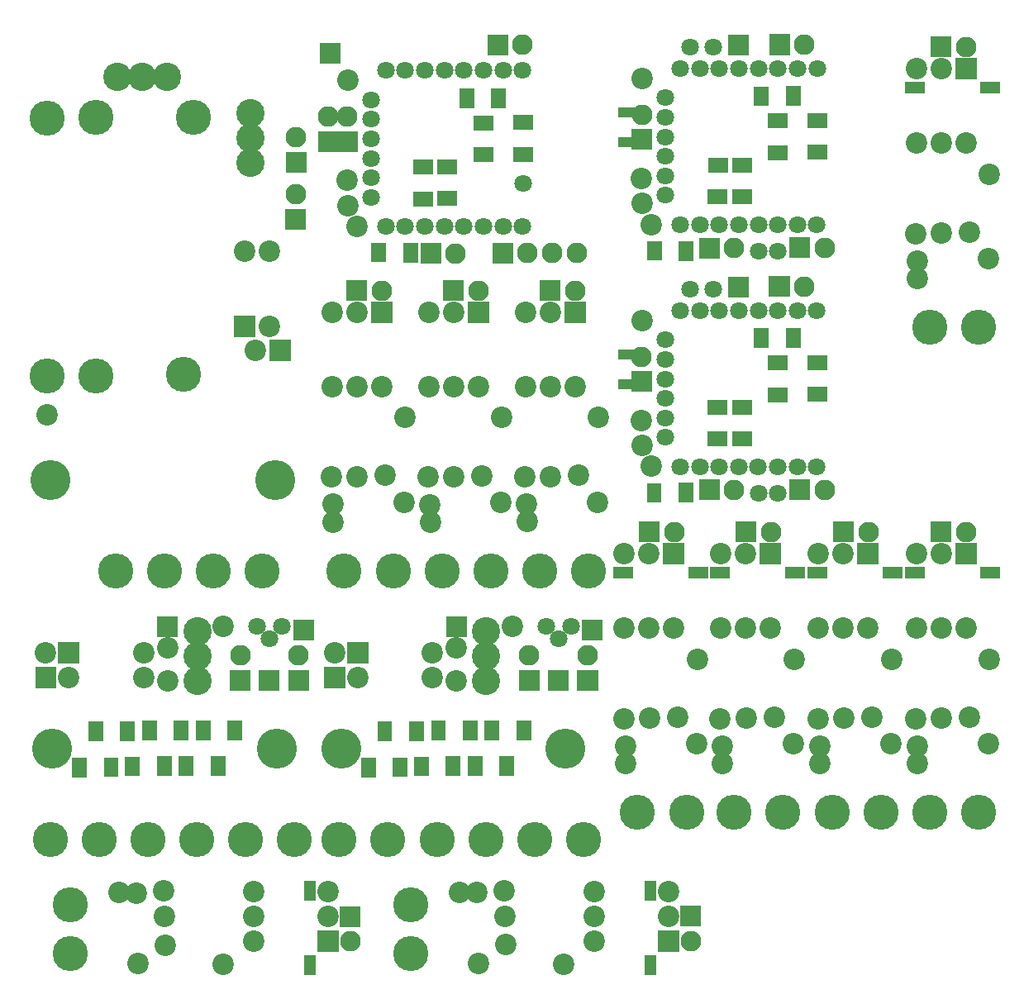
<source format=gbr>
%FSLAX34Y34*%
%MOMM*%
%LNSOLDERMASK_BOTTOM*%
G71*
G01*
%ADD10C, 4.100*%
%ADD11C, 3.600*%
%ADD12C, 2.900*%
%ADD13C, 2.200*%
%ADD14C, 2.200*%
%ADD15C, 2.200*%
%ADD16C, 2.000*%
%ADD17C, 1.800*%
%ADD18C, 2.120*%
%ADD19R, 2.000X1.500*%
%ADD20R, 1.500X2.000*%
%ADD21R, 1.800X1.070*%
%ADD22R, 1.300X2.000*%
%ADD23R, 2.000X1.300*%
%ADD24C, 1.800*%
%LPD*%
X24000Y535500D02*
G54D10*
D03*
X254000Y535500D02*
G54D10*
D03*
X70492Y907800D02*
G54D11*
D03*
X170492Y907800D02*
G54D11*
D03*
X20492Y642800D02*
G54D11*
D03*
X70492Y642800D02*
G54D11*
D03*
X24000Y535500D02*
G54D10*
D03*
X254000Y535500D02*
G54D10*
D03*
X229092Y912000D02*
G54D12*
D03*
X229092Y886600D02*
G54D12*
D03*
X229092Y861200D02*
G54D12*
D03*
X229092Y912000D02*
G54D12*
D03*
X229092Y886600D02*
G54D12*
D03*
X229092Y861200D02*
G54D12*
D03*
X575000Y442800D02*
G54D11*
D03*
X525000Y442800D02*
G54D11*
D03*
X241000Y442300D02*
G54D11*
D03*
X191000Y442300D02*
G54D11*
D03*
G36*
X212084Y682400D02*
X212084Y704400D01*
X234084Y704400D01*
X234084Y682400D01*
X212084Y682400D01*
G37*
X248584Y693400D02*
G54D13*
D03*
X223084Y769900D02*
G54D13*
D03*
X248584Y769900D02*
G54D13*
D03*
X234386Y668598D02*
G54D14*
D03*
G36*
X270786Y657598D02*
X248786Y657598D01*
X248786Y679598D01*
X270786Y679598D01*
X270786Y657598D01*
G37*
X475000Y442800D02*
G54D11*
D03*
X425000Y442800D02*
G54D11*
D03*
X20677Y602824D02*
G54D14*
D03*
X160492Y643800D02*
G54D11*
D03*
X20692Y906500D02*
G54D11*
D03*
X143800Y948800D02*
G54D12*
D03*
X118400Y948800D02*
G54D12*
D03*
X93000Y948800D02*
G54D12*
D03*
X143800Y948800D02*
G54D12*
D03*
X118400Y948800D02*
G54D12*
D03*
X93000Y948800D02*
G54D12*
D03*
G36*
X374200Y696600D02*
X352200Y696600D01*
X352200Y718600D01*
X374200Y718600D01*
X374200Y696600D01*
G37*
X337800Y707600D02*
G54D15*
D03*
X312400Y707600D02*
G54D15*
D03*
X312400Y631400D02*
G54D15*
D03*
X337800Y631400D02*
G54D15*
D03*
X363200Y631400D02*
G54D15*
D03*
G36*
X373200Y697600D02*
X353200Y697600D01*
X353200Y717600D01*
X373200Y717600D01*
X373200Y697600D01*
G37*
X337800Y707600D02*
G54D16*
D03*
X312400Y707600D02*
G54D16*
D03*
X312400Y631400D02*
G54D16*
D03*
X337800Y631400D02*
G54D16*
D03*
X363200Y631400D02*
G54D16*
D03*
X338231Y539436D02*
G54D14*
D03*
X311646Y538911D02*
G54D14*
D03*
X313743Y510842D02*
G54D14*
D03*
X386509Y512896D02*
G54D14*
D03*
X367231Y540436D02*
G54D14*
D03*
X387122Y599900D02*
G54D14*
D03*
X375000Y442800D02*
G54D11*
D03*
X325000Y442800D02*
G54D11*
D03*
G36*
X473225Y696471D02*
X451225Y696471D01*
X451225Y718471D01*
X473225Y718471D01*
X473225Y696471D01*
G37*
X436825Y707471D02*
G54D15*
D03*
X411425Y707471D02*
G54D15*
D03*
X411425Y631271D02*
G54D15*
D03*
X436825Y631271D02*
G54D15*
D03*
X462225Y631271D02*
G54D15*
D03*
G36*
X472225Y697471D02*
X452225Y697471D01*
X452225Y717471D01*
X472225Y717471D01*
X472225Y697471D01*
G37*
X436825Y707471D02*
G54D16*
D03*
X411425Y707471D02*
G54D16*
D03*
X411425Y631271D02*
G54D16*
D03*
X436825Y631271D02*
G54D16*
D03*
X462225Y631271D02*
G54D16*
D03*
X437256Y539307D02*
G54D14*
D03*
X410671Y538783D02*
G54D14*
D03*
X412768Y510713D02*
G54D14*
D03*
X485534Y512768D02*
G54D14*
D03*
X466256Y540307D02*
G54D14*
D03*
X486147Y599771D02*
G54D14*
D03*
G36*
X572425Y696571D02*
X550425Y696571D01*
X550425Y718571D01*
X572425Y718571D01*
X572425Y696571D01*
G37*
X536025Y707571D02*
G54D15*
D03*
X510625Y707571D02*
G54D15*
D03*
X510625Y631371D02*
G54D15*
D03*
X536025Y631371D02*
G54D15*
D03*
X561425Y631371D02*
G54D15*
D03*
G36*
X571425Y697571D02*
X551425Y697571D01*
X551425Y717571D01*
X571425Y717571D01*
X571425Y697571D01*
G37*
X536025Y707571D02*
G54D16*
D03*
X510625Y707571D02*
G54D16*
D03*
X510625Y631371D02*
G54D16*
D03*
X536025Y631371D02*
G54D16*
D03*
X561425Y631371D02*
G54D16*
D03*
X536456Y539407D02*
G54D14*
D03*
X509871Y538883D02*
G54D14*
D03*
X511968Y510813D02*
G54D14*
D03*
X584734Y512868D02*
G54D14*
D03*
X565456Y540407D02*
G54D14*
D03*
X585347Y599871D02*
G54D14*
D03*
X328922Y945322D02*
G54D14*
D03*
X328832Y817078D02*
G54D14*
D03*
X507639Y955295D02*
G54D17*
D03*
X487639Y955295D02*
G54D17*
D03*
X467639Y955295D02*
G54D17*
D03*
X447639Y955295D02*
G54D17*
D03*
X427639Y955295D02*
G54D17*
D03*
X407639Y955295D02*
G54D17*
D03*
X387639Y955295D02*
G54D17*
D03*
X367639Y955295D02*
G54D17*
D03*
X352639Y925295D02*
G54D17*
D03*
X352639Y905295D02*
G54D17*
D03*
X352639Y885295D02*
G54D17*
D03*
X352639Y865295D02*
G54D17*
D03*
X352639Y845295D02*
G54D17*
D03*
X352639Y825295D02*
G54D17*
D03*
X367600Y795500D02*
G54D17*
D03*
X387600Y795500D02*
G54D17*
D03*
X407600Y795500D02*
G54D17*
D03*
X427600Y795500D02*
G54D17*
D03*
X447600Y795500D02*
G54D17*
D03*
X467600Y795500D02*
G54D17*
D03*
X487600Y795500D02*
G54D17*
D03*
X507600Y795500D02*
G54D17*
D03*
X338000Y795600D02*
G54D14*
D03*
X328122Y842878D02*
G54D14*
D03*
X313222Y492178D02*
G54D14*
D03*
X141000Y442300D02*
G54D11*
D03*
X91000Y442300D02*
G54D11*
D03*
X413522Y492878D02*
G54D14*
D03*
X512322Y493278D02*
G54D14*
D03*
G36*
X264800Y792600D02*
X264800Y813800D01*
X286000Y813800D01*
X286000Y792600D01*
X264800Y792600D01*
G37*
X275400Y828600D02*
G54D18*
D03*
G36*
X265000Y850800D02*
X265000Y872000D01*
X286200Y872000D01*
X286200Y850800D01*
X265000Y850800D01*
G37*
X275600Y886800D02*
G54D18*
D03*
G36*
X300400Y983800D02*
X321600Y983800D01*
X321600Y962600D01*
X300400Y962600D01*
X300400Y983800D01*
G37*
G36*
X298000Y871900D02*
X298000Y893100D01*
X319200Y893100D01*
X319200Y871900D01*
X298000Y871900D01*
G37*
X308600Y907900D02*
G54D18*
D03*
G36*
X317622Y871909D02*
X317622Y893109D01*
X338822Y893109D01*
X338822Y871909D01*
X317622Y871909D01*
G37*
X328222Y907909D02*
G54D18*
D03*
G36*
X471600Y992400D02*
X492800Y992400D01*
X492800Y971200D01*
X471600Y971200D01*
X471600Y992400D01*
G37*
X507600Y981800D02*
G54D18*
D03*
G36*
X327300Y740600D02*
X348500Y740600D01*
X348500Y719400D01*
X327300Y719400D01*
X327300Y740600D01*
G37*
X363300Y730000D02*
G54D18*
D03*
G36*
X426400Y740600D02*
X447600Y740600D01*
X447600Y719400D01*
X426400Y719400D01*
X426400Y740600D01*
G37*
X462400Y730000D02*
G54D18*
D03*
G36*
X525300Y740600D02*
X546500Y740600D01*
X546500Y719400D01*
X525300Y719400D01*
X525300Y740600D01*
G37*
X561300Y730000D02*
G54D18*
D03*
X508401Y902216D02*
G54D19*
D03*
X508301Y869716D02*
G54D19*
D03*
X467701Y901516D02*
G54D19*
D03*
X467601Y869016D02*
G54D19*
D03*
G36*
X443212Y937028D02*
X458212Y937028D01*
X458212Y917028D01*
X443212Y917028D01*
X443212Y937028D01*
G37*
X483212Y926928D02*
G54D20*
D03*
X406101Y856416D02*
G54D19*
D03*
X406001Y823916D02*
G54D19*
D03*
X430801Y856516D02*
G54D19*
D03*
X430701Y824016D02*
G54D19*
D03*
G36*
X352912Y779028D02*
X367912Y779028D01*
X367912Y759028D01*
X352912Y759028D01*
X352912Y779028D01*
G37*
X392912Y768928D02*
G54D20*
D03*
G36*
X403200Y778500D02*
X424400Y778500D01*
X424400Y757300D01*
X403200Y757300D01*
X403200Y778500D01*
G37*
X439200Y767900D02*
G54D18*
D03*
G36*
X476700Y778800D02*
X497900Y778800D01*
X497900Y757600D01*
X476700Y757600D01*
X476700Y778800D01*
G37*
X512700Y768200D02*
G54D18*
D03*
X538100Y768200D02*
G54D18*
D03*
X563500Y768200D02*
G54D18*
D03*
X508301Y839501D02*
G54D17*
D03*
X630622Y947422D02*
G54D14*
D03*
X630532Y819178D02*
G54D14*
D03*
X809339Y957395D02*
G54D17*
D03*
X789339Y957395D02*
G54D17*
D03*
X769339Y957395D02*
G54D17*
D03*
X749339Y957395D02*
G54D17*
D03*
X729339Y957395D02*
G54D17*
D03*
X709339Y957395D02*
G54D17*
D03*
X689339Y957395D02*
G54D17*
D03*
X669339Y957395D02*
G54D17*
D03*
X654339Y927395D02*
G54D17*
D03*
X654339Y907395D02*
G54D17*
D03*
X654339Y887395D02*
G54D17*
D03*
X654339Y867395D02*
G54D17*
D03*
X654339Y847395D02*
G54D17*
D03*
X654339Y827395D02*
G54D17*
D03*
X669300Y797600D02*
G54D17*
D03*
X689300Y797600D02*
G54D17*
D03*
X709300Y797600D02*
G54D17*
D03*
X729300Y797600D02*
G54D17*
D03*
X749300Y797600D02*
G54D17*
D03*
X769300Y797600D02*
G54D17*
D03*
X789300Y797600D02*
G54D17*
D03*
X809300Y797600D02*
G54D17*
D03*
X639700Y797700D02*
G54D14*
D03*
X629822Y844978D02*
G54D14*
D03*
G36*
X739216Y971095D02*
X718016Y971095D01*
X718016Y992295D01*
X739216Y992295D01*
X739216Y971095D01*
G37*
X614222Y912609D02*
G54D21*
D03*
X614222Y882209D02*
G54D21*
D03*
G36*
X619322Y874009D02*
X619322Y895209D01*
X640522Y895209D01*
X640522Y874009D01*
X619322Y874009D01*
G37*
X629922Y910009D02*
G54D18*
D03*
G36*
X760300Y992500D02*
X781500Y992500D01*
X781500Y971300D01*
X760300Y971300D01*
X760300Y992500D01*
G37*
X796300Y981900D02*
G54D18*
D03*
X810101Y904316D02*
G54D19*
D03*
X810001Y871816D02*
G54D19*
D03*
X769401Y903616D02*
G54D19*
D03*
X769301Y871116D02*
G54D19*
D03*
G36*
X744912Y939128D02*
X759912Y939128D01*
X759912Y919128D01*
X744912Y919128D01*
X744912Y939128D01*
G37*
X784912Y929028D02*
G54D20*
D03*
X707801Y858516D02*
G54D19*
D03*
X707701Y826016D02*
G54D19*
D03*
X732501Y858616D02*
G54D19*
D03*
X732401Y826116D02*
G54D19*
D03*
G36*
X635212Y780728D02*
X650212Y780728D01*
X650212Y760728D01*
X635212Y760728D01*
X635212Y780728D01*
G37*
X675212Y770628D02*
G54D20*
D03*
G36*
X688500Y784200D02*
X709700Y784200D01*
X709700Y763000D01*
X688500Y763000D01*
X688500Y784200D01*
G37*
X724500Y773600D02*
G54D18*
D03*
X703239Y979195D02*
G54D17*
D03*
X679239Y979195D02*
G54D17*
D03*
X749400Y770100D02*
G54D17*
D03*
X769400Y770100D02*
G54D17*
D03*
G36*
X781300Y784500D02*
X802500Y784500D01*
X802500Y763300D01*
X781300Y763300D01*
X781300Y784500D01*
G37*
X817300Y773900D02*
G54D18*
D03*
X630522Y699422D02*
G54D14*
D03*
X630432Y571178D02*
G54D14*
D03*
X809239Y709395D02*
G54D17*
D03*
X789239Y709395D02*
G54D17*
D03*
X769239Y709395D02*
G54D17*
D03*
X749239Y709395D02*
G54D17*
D03*
X729239Y709395D02*
G54D17*
D03*
X709239Y709395D02*
G54D17*
D03*
X689239Y709395D02*
G54D17*
D03*
X669239Y709395D02*
G54D17*
D03*
X654239Y679395D02*
G54D17*
D03*
X654239Y659395D02*
G54D17*
D03*
X654239Y639395D02*
G54D17*
D03*
X654239Y619395D02*
G54D17*
D03*
X654239Y599395D02*
G54D17*
D03*
X654239Y579395D02*
G54D17*
D03*
X669200Y549600D02*
G54D17*
D03*
X689200Y549600D02*
G54D17*
D03*
X709200Y549600D02*
G54D17*
D03*
X729200Y549600D02*
G54D17*
D03*
X749200Y549600D02*
G54D17*
D03*
X769200Y549600D02*
G54D17*
D03*
X789200Y549600D02*
G54D17*
D03*
X809200Y549600D02*
G54D17*
D03*
X639600Y549700D02*
G54D14*
D03*
X629722Y596978D02*
G54D14*
D03*
G36*
X739116Y723095D02*
X717916Y723095D01*
X717916Y744295D01*
X739116Y744295D01*
X739116Y723095D01*
G37*
X614122Y664609D02*
G54D21*
D03*
X614122Y634209D02*
G54D21*
D03*
G36*
X619222Y626009D02*
X619222Y647209D01*
X640422Y647209D01*
X640422Y626009D01*
X619222Y626009D01*
G37*
X629822Y662009D02*
G54D18*
D03*
G36*
X760200Y744500D02*
X781400Y744500D01*
X781400Y723300D01*
X760200Y723300D01*
X760200Y744500D01*
G37*
X796200Y733900D02*
G54D18*
D03*
X810001Y656316D02*
G54D19*
D03*
X809901Y623816D02*
G54D19*
D03*
X769301Y655616D02*
G54D19*
D03*
X769201Y623116D02*
G54D19*
D03*
G36*
X744812Y691128D02*
X759812Y691128D01*
X759812Y671128D01*
X744812Y671128D01*
X744812Y691128D01*
G37*
X784812Y681028D02*
G54D20*
D03*
X707701Y610516D02*
G54D19*
D03*
X707601Y578016D02*
G54D19*
D03*
X732401Y610616D02*
G54D19*
D03*
X732301Y578116D02*
G54D19*
D03*
G36*
X635112Y532728D02*
X650112Y532728D01*
X650112Y512728D01*
X635112Y512728D01*
X635112Y532728D01*
G37*
X675112Y522628D02*
G54D20*
D03*
G36*
X688400Y536200D02*
X709600Y536200D01*
X709600Y515000D01*
X688400Y515000D01*
X688400Y536200D01*
G37*
X724400Y525600D02*
G54D18*
D03*
X703139Y731195D02*
G54D17*
D03*
X679139Y731195D02*
G54D17*
D03*
X749300Y522100D02*
G54D17*
D03*
X769300Y522100D02*
G54D17*
D03*
G36*
X781200Y536500D02*
X802400Y536500D01*
X802400Y515300D01*
X781200Y515300D01*
X781200Y536500D01*
G37*
X817200Y525900D02*
G54D18*
D03*
X392882Y50736D02*
G54D11*
D03*
X392882Y100736D02*
G54D11*
D03*
G36*
X646553Y52511D02*
X646553Y74511D01*
X668553Y74511D01*
X668553Y52511D01*
X646553Y52511D01*
G37*
X657553Y88911D02*
G54D15*
D03*
X657553Y114311D02*
G54D15*
D03*
X581353Y114311D02*
G54D15*
D03*
X581353Y88911D02*
G54D15*
D03*
X581353Y63511D02*
G54D15*
D03*
G36*
X647553Y53511D02*
X647553Y73511D01*
X667553Y73511D01*
X667553Y53511D01*
X647553Y53511D01*
G37*
X657553Y88911D02*
G54D16*
D03*
X657553Y114311D02*
G54D16*
D03*
X581353Y114311D02*
G54D16*
D03*
X581353Y88911D02*
G54D16*
D03*
X581353Y63511D02*
G54D16*
D03*
X489389Y88480D02*
G54D14*
D03*
X488864Y115066D02*
G54D14*
D03*
X460795Y112968D02*
G54D14*
D03*
X462849Y40202D02*
G54D14*
D03*
X490389Y59480D02*
G54D14*
D03*
X549853Y39590D02*
G54D14*
D03*
X442960Y113014D02*
G54D14*
D03*
G36*
X690682Y99336D02*
X690682Y78136D01*
X669482Y78136D01*
X669482Y99336D01*
X690682Y99336D01*
G37*
X680082Y63336D02*
G54D18*
D03*
X638582Y115236D02*
G54D22*
D03*
X638482Y38636D02*
G54D22*
D03*
X44082Y50536D02*
G54D11*
D03*
X44082Y100536D02*
G54D11*
D03*
G36*
X297753Y52311D02*
X297753Y74311D01*
X319753Y74311D01*
X319753Y52311D01*
X297753Y52311D01*
G37*
X308753Y88711D02*
G54D15*
D03*
X308753Y114111D02*
G54D15*
D03*
X232553Y114111D02*
G54D15*
D03*
X232553Y88711D02*
G54D15*
D03*
X232553Y63311D02*
G54D15*
D03*
G36*
X298753Y53311D02*
X298753Y73311D01*
X318753Y73311D01*
X318753Y53311D01*
X298753Y53311D01*
G37*
X308753Y88711D02*
G54D16*
D03*
X308753Y114111D02*
G54D16*
D03*
X232553Y114111D02*
G54D16*
D03*
X232553Y88711D02*
G54D16*
D03*
X232553Y63311D02*
G54D16*
D03*
X140589Y88280D02*
G54D14*
D03*
X140064Y114866D02*
G54D14*
D03*
X111995Y112768D02*
G54D14*
D03*
X114049Y40002D02*
G54D14*
D03*
X141589Y59280D02*
G54D14*
D03*
X201053Y39390D02*
G54D14*
D03*
X94160Y112814D02*
G54D14*
D03*
G36*
X341882Y99136D02*
X341882Y77936D01*
X320682Y77936D01*
X320682Y99136D01*
X341882Y99136D01*
G37*
X331282Y63136D02*
G54D18*
D03*
X289782Y115036D02*
G54D22*
D03*
X289682Y38436D02*
G54D22*
D03*
X974575Y692329D02*
G54D11*
D03*
X924575Y692329D02*
G54D11*
D03*
G36*
X972800Y946000D02*
X950800Y946000D01*
X950800Y968000D01*
X972800Y968000D01*
X972800Y946000D01*
G37*
X936400Y957000D02*
G54D15*
D03*
X911000Y957000D02*
G54D15*
D03*
X911000Y880800D02*
G54D15*
D03*
X936400Y880800D02*
G54D15*
D03*
X961800Y880800D02*
G54D15*
D03*
G36*
X971800Y947000D02*
X951800Y947000D01*
X951800Y967000D01*
X971800Y967000D01*
X971800Y947000D01*
G37*
X936400Y957000D02*
G54D16*
D03*
X911000Y957000D02*
G54D16*
D03*
X911000Y880800D02*
G54D16*
D03*
X936400Y880800D02*
G54D16*
D03*
X961800Y880800D02*
G54D16*
D03*
X936831Y788836D02*
G54D14*
D03*
X910246Y788311D02*
G54D14*
D03*
X912343Y760242D02*
G54D14*
D03*
X985109Y762296D02*
G54D14*
D03*
X965831Y789836D02*
G54D14*
D03*
X985722Y849300D02*
G54D14*
D03*
X912297Y742407D02*
G54D14*
D03*
G36*
X925975Y990129D02*
X947175Y990129D01*
X947175Y968929D01*
X925975Y968929D01*
X925975Y990129D01*
G37*
X961975Y979529D02*
G54D18*
D03*
X910075Y938029D02*
G54D23*
D03*
X986675Y937929D02*
G54D23*
D03*
X675575Y195329D02*
G54D11*
D03*
X625575Y195329D02*
G54D11*
D03*
G36*
X673800Y449000D02*
X651800Y449000D01*
X651800Y471000D01*
X673800Y471000D01*
X673800Y449000D01*
G37*
X637400Y460000D02*
G54D15*
D03*
X612000Y460000D02*
G54D15*
D03*
X612000Y383800D02*
G54D15*
D03*
X637400Y383800D02*
G54D15*
D03*
X662800Y383800D02*
G54D15*
D03*
G36*
X672800Y450000D02*
X652800Y450000D01*
X652800Y470000D01*
X672800Y470000D01*
X672800Y450000D01*
G37*
X637400Y460000D02*
G54D16*
D03*
X612000Y460000D02*
G54D16*
D03*
X612000Y383800D02*
G54D16*
D03*
X637400Y383800D02*
G54D16*
D03*
X662800Y383800D02*
G54D16*
D03*
X637831Y291836D02*
G54D14*
D03*
X611246Y291311D02*
G54D14*
D03*
X613343Y263242D02*
G54D14*
D03*
X686109Y265296D02*
G54D14*
D03*
X666831Y292836D02*
G54D14*
D03*
X686722Y352300D02*
G54D14*
D03*
X613297Y245407D02*
G54D14*
D03*
G36*
X626975Y493129D02*
X648175Y493129D01*
X648175Y471929D01*
X626975Y471929D01*
X626975Y493129D01*
G37*
X662975Y482529D02*
G54D18*
D03*
X611075Y441029D02*
G54D23*
D03*
X687675Y440929D02*
G54D23*
D03*
X25820Y260700D02*
G54D10*
D03*
X255820Y260700D02*
G54D10*
D03*
X25820Y260700D02*
G54D10*
D03*
X255820Y260700D02*
G54D10*
D03*
G36*
X31832Y369461D02*
X53832Y369461D01*
X53832Y347461D01*
X31832Y347461D01*
X31832Y369461D01*
G37*
X42832Y332961D02*
G54D13*
D03*
X119332Y358461D02*
G54D13*
D03*
X119332Y332961D02*
G54D13*
D03*
X19385Y358696D02*
G54D14*
D03*
G36*
X8385Y322296D02*
X8385Y344296D01*
X30385Y344296D01*
X30385Y322296D01*
X8385Y322296D01*
G37*
X201377Y385724D02*
G54D14*
D03*
X273880Y167700D02*
G54D11*
D03*
X223880Y167700D02*
G54D11*
D03*
X173880Y167700D02*
G54D11*
D03*
X123880Y167700D02*
G54D11*
D03*
X73900Y167700D02*
G54D11*
D03*
X23900Y167700D02*
G54D11*
D03*
G36*
X62975Y288399D02*
X77975Y288399D01*
X77975Y268399D01*
X62975Y268399D01*
X62975Y288399D01*
G37*
X102975Y278299D02*
G54D20*
D03*
X53756Y241499D02*
G54D20*
D03*
G36*
X78756Y251399D02*
X93756Y251399D01*
X93756Y231399D01*
X78756Y231399D01*
X78756Y251399D01*
G37*
X163075Y242499D02*
G54D20*
D03*
X195575Y242399D02*
G54D20*
D03*
G36*
X100575Y252499D02*
X115575Y252499D01*
X115576Y232499D01*
X100576Y232499D01*
X100575Y252499D01*
G37*
X140575Y242399D02*
G54D20*
D03*
X180476Y279399D02*
G54D20*
D03*
X212975Y279299D02*
G54D20*
D03*
G36*
X117975Y289399D02*
X132975Y289399D01*
X132976Y269399D01*
X117976Y269399D01*
X117975Y289399D01*
G37*
X157975Y279299D02*
G54D20*
D03*
X174501Y380403D02*
G54D12*
D03*
X174501Y355003D02*
G54D12*
D03*
X174501Y329603D02*
G54D12*
D03*
X174501Y380403D02*
G54D12*
D03*
X174501Y355003D02*
G54D12*
D03*
X174501Y329603D02*
G54D12*
D03*
X144047Y329973D02*
G54D14*
D03*
G36*
X267771Y319879D02*
X267771Y341079D01*
X288971Y341079D01*
X288971Y319879D01*
X267771Y319879D01*
G37*
X278371Y355879D02*
G54D18*
D03*
G36*
X207771Y319879D02*
X207771Y341079D01*
X228971Y341079D01*
X228971Y319879D01*
X207771Y319879D01*
G37*
X218371Y355879D02*
G54D18*
D03*
G36*
X133606Y395995D02*
X154806Y395995D01*
X154806Y374795D01*
X133606Y374795D01*
X133606Y395995D01*
G37*
X236100Y385550D02*
G54D24*
D03*
X248800Y372850D02*
G54D24*
D03*
X261500Y385550D02*
G54D24*
D03*
X236100Y385550D02*
G54D24*
D03*
X248800Y372850D02*
G54D24*
D03*
X261500Y385550D02*
G54D24*
D03*
X144147Y363473D02*
G54D14*
D03*
G36*
X237606Y340995D02*
X258806Y340995D01*
X258806Y319795D01*
X237606Y319795D01*
X237606Y340995D01*
G37*
G36*
X272606Y392995D02*
X293806Y392995D01*
X293806Y371795D01*
X272606Y371795D01*
X272606Y392995D01*
G37*
X321820Y260700D02*
G54D10*
D03*
X551820Y260700D02*
G54D10*
D03*
X321820Y260700D02*
G54D10*
D03*
X551820Y260700D02*
G54D10*
D03*
G36*
X327832Y369461D02*
X349832Y369461D01*
X349832Y347461D01*
X327832Y347461D01*
X327832Y369461D01*
G37*
X338832Y332961D02*
G54D13*
D03*
X415332Y358461D02*
G54D13*
D03*
X415332Y332961D02*
G54D13*
D03*
X315385Y358696D02*
G54D14*
D03*
G36*
X304385Y322296D02*
X304385Y344296D01*
X326385Y344296D01*
X326385Y322296D01*
X304385Y322296D01*
G37*
X497377Y385724D02*
G54D14*
D03*
X569880Y167700D02*
G54D11*
D03*
X519880Y167700D02*
G54D11*
D03*
X469880Y167700D02*
G54D11*
D03*
X419880Y167700D02*
G54D11*
D03*
X369900Y167700D02*
G54D11*
D03*
X319900Y167700D02*
G54D11*
D03*
G36*
X358975Y288399D02*
X373975Y288399D01*
X373976Y268399D01*
X358976Y268399D01*
X358975Y288399D01*
G37*
X398975Y278299D02*
G54D20*
D03*
X349756Y241499D02*
G54D20*
D03*
G36*
X374756Y251399D02*
X389756Y251399D01*
X389756Y231399D01*
X374756Y231399D01*
X374756Y251399D01*
G37*
X459075Y242499D02*
G54D20*
D03*
X491575Y242399D02*
G54D20*
D03*
G36*
X396575Y252499D02*
X411575Y252499D01*
X411576Y232499D01*
X396576Y232499D01*
X396575Y252499D01*
G37*
X436575Y242399D02*
G54D20*
D03*
X476476Y279399D02*
G54D20*
D03*
X508975Y279299D02*
G54D20*
D03*
G36*
X413975Y289399D02*
X428975Y289399D01*
X428976Y269399D01*
X413976Y269399D01*
X413975Y289399D01*
G37*
X453975Y279299D02*
G54D20*
D03*
X470501Y380403D02*
G54D12*
D03*
X470501Y355003D02*
G54D12*
D03*
X470501Y329603D02*
G54D12*
D03*
X470501Y380403D02*
G54D12*
D03*
X470501Y355003D02*
G54D12*
D03*
X470501Y329603D02*
G54D12*
D03*
X440047Y329973D02*
G54D14*
D03*
G36*
X563771Y319879D02*
X563771Y341079D01*
X584971Y341079D01*
X584971Y319879D01*
X563771Y319879D01*
G37*
X574371Y355879D02*
G54D18*
D03*
G36*
X503771Y319879D02*
X503771Y341079D01*
X524971Y341079D01*
X524971Y319879D01*
X503771Y319879D01*
G37*
X514371Y355879D02*
G54D18*
D03*
G36*
X429606Y395995D02*
X450806Y395995D01*
X450806Y374795D01*
X429606Y374795D01*
X429606Y395995D01*
G37*
X532100Y385550D02*
G54D24*
D03*
X544800Y372850D02*
G54D24*
D03*
X557500Y385550D02*
G54D24*
D03*
X532100Y385550D02*
G54D24*
D03*
X544800Y372850D02*
G54D24*
D03*
X557500Y385550D02*
G54D24*
D03*
X440147Y363473D02*
G54D14*
D03*
G36*
X533606Y340995D02*
X554806Y340995D01*
X554806Y319795D01*
X533606Y319795D01*
X533606Y340995D01*
G37*
G36*
X568606Y392995D02*
X589806Y392995D01*
X589806Y371795D01*
X568606Y371795D01*
X568606Y392995D01*
G37*
X774575Y195329D02*
G54D11*
D03*
X724575Y195329D02*
G54D11*
D03*
G36*
X772800Y449000D02*
X750800Y449000D01*
X750800Y471000D01*
X772800Y471000D01*
X772800Y449000D01*
G37*
X736400Y460000D02*
G54D15*
D03*
X711000Y460000D02*
G54D15*
D03*
X711000Y383800D02*
G54D15*
D03*
X736400Y383800D02*
G54D15*
D03*
X761800Y383800D02*
G54D15*
D03*
G36*
X771800Y450000D02*
X751800Y450000D01*
X751800Y470000D01*
X771800Y470000D01*
X771800Y450000D01*
G37*
X736400Y460000D02*
G54D16*
D03*
X711000Y460000D02*
G54D16*
D03*
X711000Y383800D02*
G54D16*
D03*
X736400Y383800D02*
G54D16*
D03*
X761800Y383800D02*
G54D16*
D03*
X736831Y291836D02*
G54D14*
D03*
X710246Y291311D02*
G54D14*
D03*
X712343Y263242D02*
G54D14*
D03*
X785109Y265296D02*
G54D14*
D03*
X765831Y292836D02*
G54D14*
D03*
X785722Y352300D02*
G54D14*
D03*
X712297Y245407D02*
G54D14*
D03*
G36*
X725975Y493129D02*
X747175Y493129D01*
X747175Y471929D01*
X725975Y471929D01*
X725975Y493129D01*
G37*
X761975Y482529D02*
G54D18*
D03*
X710075Y441029D02*
G54D23*
D03*
X786675Y440929D02*
G54D23*
D03*
X974575Y195329D02*
G54D11*
D03*
X924575Y195329D02*
G54D11*
D03*
G36*
X972800Y449000D02*
X950800Y449000D01*
X950800Y471000D01*
X972800Y471000D01*
X972800Y449000D01*
G37*
X936400Y460000D02*
G54D15*
D03*
X911000Y460000D02*
G54D15*
D03*
X911000Y383800D02*
G54D15*
D03*
X936400Y383800D02*
G54D15*
D03*
X961800Y383800D02*
G54D15*
D03*
G36*
X971800Y450000D02*
X951800Y450000D01*
X951800Y470000D01*
X971800Y470000D01*
X971800Y450000D01*
G37*
X936400Y460000D02*
G54D16*
D03*
X911000Y460000D02*
G54D16*
D03*
X911000Y383800D02*
G54D16*
D03*
X936400Y383800D02*
G54D16*
D03*
X961800Y383800D02*
G54D16*
D03*
X936831Y291836D02*
G54D14*
D03*
X910246Y291311D02*
G54D14*
D03*
X912343Y263242D02*
G54D14*
D03*
X985109Y265296D02*
G54D14*
D03*
X965831Y292836D02*
G54D14*
D03*
X985722Y352300D02*
G54D14*
D03*
X912297Y245407D02*
G54D14*
D03*
G36*
X925975Y493129D02*
X947175Y493129D01*
X947175Y471929D01*
X925975Y471929D01*
X925975Y493129D01*
G37*
X961975Y482529D02*
G54D18*
D03*
X910075Y441029D02*
G54D23*
D03*
X986675Y440929D02*
G54D23*
D03*
X874575Y195329D02*
G54D11*
D03*
X824575Y195329D02*
G54D11*
D03*
G36*
X872800Y449000D02*
X850800Y449000D01*
X850800Y471000D01*
X872800Y471000D01*
X872800Y449000D01*
G37*
X836400Y460000D02*
G54D15*
D03*
X811000Y460000D02*
G54D15*
D03*
X811000Y383800D02*
G54D15*
D03*
X836400Y383800D02*
G54D15*
D03*
X861800Y383800D02*
G54D15*
D03*
G36*
X871800Y450000D02*
X851800Y450000D01*
X851800Y470000D01*
X871800Y470000D01*
X871800Y450000D01*
G37*
X836400Y460000D02*
G54D16*
D03*
X811000Y460000D02*
G54D16*
D03*
X811000Y383800D02*
G54D16*
D03*
X836400Y383800D02*
G54D16*
D03*
X861800Y383800D02*
G54D16*
D03*
X836831Y291836D02*
G54D14*
D03*
X810246Y291311D02*
G54D14*
D03*
X812343Y263242D02*
G54D14*
D03*
X885109Y265296D02*
G54D14*
D03*
X865831Y292836D02*
G54D14*
D03*
X885722Y352300D02*
G54D14*
D03*
X812297Y245407D02*
G54D14*
D03*
G36*
X825975Y493129D02*
X847175Y493129D01*
X847175Y471929D01*
X825975Y471929D01*
X825975Y493129D01*
G37*
X861975Y482529D02*
G54D18*
D03*
X810075Y441029D02*
G54D23*
D03*
X886675Y440929D02*
G54D23*
D03*
M02*

</source>
